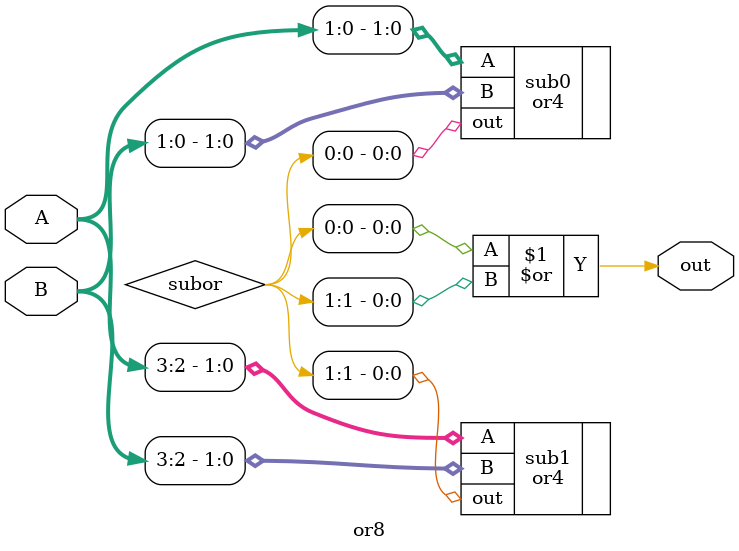
<source format=v>
module or8 (A, B, out);
    
    input [3:0] A;
    input [3:0] B;
    
    output out;
    
    wire [1:0] subor;
    
    or4 sub0 (.A(A[1:0]), .B(B[1:0]), .out(subor[0]));
    or4 sub1 (.A(A[3:2]), .B(B[3:2]), .out(subor[1]));
    
    assign out = subor[0] | subor[1];
    
endmodule

</source>
